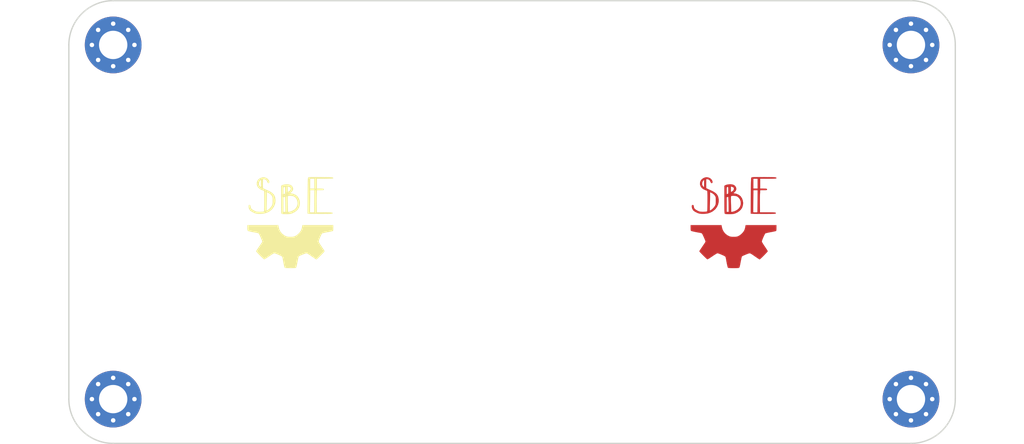
<source format=kicad_pcb>
(kicad_pcb (version 20171130) (host pcbnew "(5.0.0)")

  (general
    (thickness 1.6)
    (drawings 8)
    (tracks 0)
    (zones 0)
    (modules 6)
    (nets 1)
  )

  (page A4)
  (layers
    (0 F.Cu signal)
    (31 B.Cu signal)
    (32 B.Adhes user)
    (33 F.Adhes user)
    (34 B.Paste user)
    (35 F.Paste user)
    (36 B.SilkS user)
    (37 F.SilkS user)
    (38 B.Mask user)
    (39 F.Mask user)
    (40 Dwgs.User user)
    (41 Cmts.User user)
    (42 Eco1.User user)
    (43 Eco2.User user)
    (44 Edge.Cuts user)
    (45 Margin user)
    (46 B.CrtYd user)
    (47 F.CrtYd user)
    (48 B.Fab user)
    (49 F.Fab user)
  )

  (setup
    (last_trace_width 0.25)
    (trace_clearance 0.2)
    (zone_clearance 0.508)
    (zone_45_only no)
    (trace_min 0.2)
    (segment_width 0.2)
    (edge_width 0.15)
    (via_size 0.8)
    (via_drill 0.4)
    (via_min_size 0.4)
    (via_min_drill 0.3)
    (uvia_size 0.3)
    (uvia_drill 0.1)
    (uvias_allowed no)
    (uvia_min_size 0.2)
    (uvia_min_drill 0.1)
    (pcb_text_width 0.3)
    (pcb_text_size 1.5 1.5)
    (mod_edge_width 0.15)
    (mod_text_size 1 1)
    (mod_text_width 0.15)
    (pad_size 1.524 1.524)
    (pad_drill 0.762)
    (pad_to_mask_clearance 0.2)
    (aux_axis_origin 0 0)
    (visible_elements 7FFFFFFF)
    (pcbplotparams
      (layerselection 0x010fc_ffffffff)
      (usegerberextensions false)
      (usegerberattributes false)
      (usegerberadvancedattributes false)
      (creategerberjobfile false)
      (excludeedgelayer true)
      (linewidth 0.100000)
      (plotframeref false)
      (viasonmask false)
      (mode 1)
      (useauxorigin false)
      (hpglpennumber 1)
      (hpglpenspeed 20)
      (hpglpendiameter 15.000000)
      (psnegative false)
      (psa4output false)
      (plotreference true)
      (plotvalue true)
      (plotinvisibletext false)
      (padsonsilk false)
      (subtractmaskfromsilk false)
      (outputformat 1)
      (mirror false)
      (drillshape 1)
      (scaleselection 1)
      (outputdirectory ""))
  )

  (net 0 "")

  (net_class Default "This is the default net class."
    (clearance 0.2)
    (trace_width 0.25)
    (via_dia 0.8)
    (via_drill 0.4)
    (uvia_dia 0.3)
    (uvia_drill 0.1)
  )

  (module Mounting_Holes:MountingHole_3.2mm_M3_Pad_Via (layer F.Cu) (tedit 5C72EFD9) (tstamp 5C72F0B9)
    (at 195 105)
    (descr "Mounting Hole 3.2mm, M3")
    (tags "mounting hole 3.2mm m3")
    (attr virtual)
    (fp_text reference REF** (at 0 -5) (layer F.SilkS) hide
      (effects (font (size 1 1) (thickness 0.15)))
    )
    (fp_text value MountingHole_3.2mm_M3_Pad_Via (at 0 4.2) (layer F.Fab)
      (effects (font (size 1 1) (thickness 0.15)))
    )
    (fp_circle (center 0 0) (end 3.45 0) (layer F.CrtYd) (width 0.05))
    (fp_circle (center 0 0) (end 3.2 0) (layer Cmts.User) (width 0.15))
    (fp_text user %R (at 0.3 0) (layer F.Fab)
      (effects (font (size 1 1) (thickness 0.15)))
    )
    (pad 1 thru_hole circle (at 1.697056 -1.697056) (size 0.8 0.8) (drill 0.5) (layers *.Cu *.Mask))
    (pad 1 thru_hole circle (at 0 -2.4) (size 0.8 0.8) (drill 0.5) (layers *.Cu *.Mask))
    (pad 1 thru_hole circle (at -1.697056 -1.697056) (size 0.8 0.8) (drill 0.5) (layers *.Cu *.Mask))
    (pad 1 thru_hole circle (at -2.4 0) (size 0.8 0.8) (drill 0.5) (layers *.Cu *.Mask))
    (pad 1 thru_hole circle (at -1.697056 1.697056) (size 0.8 0.8) (drill 0.5) (layers *.Cu *.Mask))
    (pad 1 thru_hole circle (at 0 2.4) (size 0.8 0.8) (drill 0.5) (layers *.Cu *.Mask))
    (pad 1 thru_hole circle (at 1.697056 1.697056) (size 0.8 0.8) (drill 0.5) (layers *.Cu *.Mask))
    (pad 1 thru_hole circle (at 2.4 0) (size 0.8 0.8) (drill 0.5) (layers *.Cu *.Mask))
    (pad 1 thru_hole circle (at 0 0) (size 6.4 6.4) (drill 3.2) (layers *.Cu *.Mask))
  )

  (module Mounting_Holes:MountingHole_3.2mm_M3_Pad_Via (layer F.Cu) (tedit 5C72EFD9) (tstamp 5C72F0B9)
    (at 195 145)
    (descr "Mounting Hole 3.2mm, M3")
    (tags "mounting hole 3.2mm m3")
    (attr virtual)
    (fp_text reference REF** (at 0 -5) (layer F.SilkS) hide
      (effects (font (size 1 1) (thickness 0.15)))
    )
    (fp_text value MountingHole_3.2mm_M3_Pad_Via (at 0 4.2) (layer F.Fab)
      (effects (font (size 1 1) (thickness 0.15)))
    )
    (fp_circle (center 0 0) (end 3.45 0) (layer F.CrtYd) (width 0.05))
    (fp_circle (center 0 0) (end 3.2 0) (layer Cmts.User) (width 0.15))
    (fp_text user %R (at 0.3 0) (layer F.Fab)
      (effects (font (size 1 1) (thickness 0.15)))
    )
    (pad 1 thru_hole circle (at 1.697056 -1.697056) (size 0.8 0.8) (drill 0.5) (layers *.Cu *.Mask))
    (pad 1 thru_hole circle (at 0 -2.4) (size 0.8 0.8) (drill 0.5) (layers *.Cu *.Mask))
    (pad 1 thru_hole circle (at -1.697056 -1.697056) (size 0.8 0.8) (drill 0.5) (layers *.Cu *.Mask))
    (pad 1 thru_hole circle (at -2.4 0) (size 0.8 0.8) (drill 0.5) (layers *.Cu *.Mask))
    (pad 1 thru_hole circle (at -1.697056 1.697056) (size 0.8 0.8) (drill 0.5) (layers *.Cu *.Mask))
    (pad 1 thru_hole circle (at 0 2.4) (size 0.8 0.8) (drill 0.5) (layers *.Cu *.Mask))
    (pad 1 thru_hole circle (at 1.697056 1.697056) (size 0.8 0.8) (drill 0.5) (layers *.Cu *.Mask))
    (pad 1 thru_hole circle (at 2.4 0) (size 0.8 0.8) (drill 0.5) (layers *.Cu *.Mask))
    (pad 1 thru_hole circle (at 0 0) (size 6.4 6.4) (drill 3.2) (layers *.Cu *.Mask))
  )

  (module Mounting_Holes:MountingHole_3.2mm_M3_Pad_Via (layer F.Cu) (tedit 5C72EFD9) (tstamp 5C72F0B9)
    (at 105 145)
    (descr "Mounting Hole 3.2mm, M3")
    (tags "mounting hole 3.2mm m3")
    (attr virtual)
    (fp_text reference REF** (at 0 -5) (layer F.SilkS) hide
      (effects (font (size 1 1) (thickness 0.15)))
    )
    (fp_text value MountingHole_3.2mm_M3_Pad_Via (at 0 4.2) (layer F.Fab)
      (effects (font (size 1 1) (thickness 0.15)))
    )
    (fp_circle (center 0 0) (end 3.45 0) (layer F.CrtYd) (width 0.05))
    (fp_circle (center 0 0) (end 3.2 0) (layer Cmts.User) (width 0.15))
    (fp_text user %R (at 0.3 0) (layer F.Fab)
      (effects (font (size 1 1) (thickness 0.15)))
    )
    (pad 1 thru_hole circle (at 1.697056 -1.697056) (size 0.8 0.8) (drill 0.5) (layers *.Cu *.Mask))
    (pad 1 thru_hole circle (at 0 -2.4) (size 0.8 0.8) (drill 0.5) (layers *.Cu *.Mask))
    (pad 1 thru_hole circle (at -1.697056 -1.697056) (size 0.8 0.8) (drill 0.5) (layers *.Cu *.Mask))
    (pad 1 thru_hole circle (at -2.4 0) (size 0.8 0.8) (drill 0.5) (layers *.Cu *.Mask))
    (pad 1 thru_hole circle (at -1.697056 1.697056) (size 0.8 0.8) (drill 0.5) (layers *.Cu *.Mask))
    (pad 1 thru_hole circle (at 0 2.4) (size 0.8 0.8) (drill 0.5) (layers *.Cu *.Mask))
    (pad 1 thru_hole circle (at 1.697056 1.697056) (size 0.8 0.8) (drill 0.5) (layers *.Cu *.Mask))
    (pad 1 thru_hole circle (at 2.4 0) (size 0.8 0.8) (drill 0.5) (layers *.Cu *.Mask))
    (pad 1 thru_hole circle (at 0 0) (size 6.4 6.4) (drill 3.2) (layers *.Cu *.Mask))
  )

  (module SBE-Logo-KiCAD:SBE-Logo_FSilk_10x10mm (layer F.Cu) (tedit 5C72E345) (tstamp 5C72EF16)
    (at 125 125)
    (fp_text reference G*** (at 0 7.62) (layer F.SilkS) hide
      (effects (font (size 1.524 1.524) (thickness 0.3)))
    )
    (fp_text value SBE_FSilk_10 (at 0 10.16) (layer F.SilkS) hide
      (effects (font (size 1.524 1.524) (thickness 0.3)))
    )
    (fp_poly (pts (xy -1.337104 0.561573) (xy -1.2542 0.848881) (xy -1.119329 1.103775) (xy -0.936449 1.321004)
      (xy -0.709515 1.495317) (xy -0.581503 1.564389) (xy -0.483315 1.609063) (xy -0.40211 1.638447)
      (xy -0.319808 1.655725) (xy -0.218329 1.664085) (xy -0.079595 1.666713) (xy 0 1.666875)
      (xy 0.162301 1.665694) (xy 0.278512 1.66021) (xy 0.366023 1.647506) (xy 0.44223 1.624668)
      (xy 0.524526 1.588781) (xy 0.555625 1.573753) (xy 0.728754 1.466744) (xy 0.901845 1.321115)
      (xy 1.055914 1.155327) (xy 1.171973 0.98784) (xy 1.18681 0.960027) (xy 1.236671 0.83897)
      (xy 1.281997 0.690685) (xy 1.308091 0.572793) (xy 1.346425 0.34925) (xy 4.826 0.34925)
      (xy 4.826 0.662862) (xy 4.822023 0.83658) (xy 4.809901 0.949813) (xy 4.789341 1.005087)
      (xy 4.786312 1.00793) (xy 4.743367 1.023638) (xy 4.648764 1.047763) (xy 4.513407 1.077861)
      (xy 4.348204 1.111491) (xy 4.191 1.141295) (xy 4.007082 1.176529) (xy 3.841959 1.210978)
      (xy 3.70704 1.242039) (xy 3.613734 1.267111) (xy 3.575912 1.281606) (xy 3.5404 1.325725)
      (xy 3.489013 1.416033) (xy 3.427652 1.539067) (xy 3.362214 1.681366) (xy 3.298601 1.829469)
      (xy 3.242712 1.969915) (xy 3.200447 2.089241) (xy 3.177707 2.173987) (xy 3.175397 2.195448)
      (xy 3.195206 2.259934) (xy 3.254482 2.372167) (xy 3.352431 2.530788) (xy 3.488256 2.734441)
      (xy 3.508375 2.763747) (xy 3.614275 2.920287) (xy 3.7063 3.061514) (xy 3.778709 3.17819)
      (xy 3.825763 3.261076) (xy 3.84175 3.300263) (xy 3.820128 3.336512) (xy 3.760893 3.407849)
      (xy 3.672487 3.505724) (xy 3.563353 3.621587) (xy 3.441934 3.746888) (xy 3.316673 3.873077)
      (xy 3.196012 3.991604) (xy 3.088394 4.093919) (xy 3.002263 4.171472) (xy 2.946061 4.215712)
      (xy 2.930824 4.22275) (xy 2.916682 4.220983) (xy 2.896027 4.212871) (xy 2.862376 4.194195)
      (xy 2.809244 4.160737) (xy 2.730147 4.108277) (xy 2.618602 4.032598) (xy 2.468125 3.929481)
      (xy 2.27223 3.794708) (xy 2.260527 3.78665) (xy 2.103991 3.68033) (xy 1.988855 3.606576)
      (xy 1.905357 3.560344) (xy 1.843732 3.53659) (xy 1.794217 3.530271) (xy 1.768402 3.532429)
      (xy 1.697106 3.550975) (xy 1.587314 3.588881) (xy 1.453476 3.640116) (xy 1.310044 3.698652)
      (xy 1.171469 3.758458) (xy 1.052202 3.813504) (xy 0.966695 3.857761) (xy 0.932401 3.88125)
      (xy 0.914811 3.923811) (xy 0.888853 4.018533) (xy 0.856953 4.155004) (xy 0.821537 4.322808)
      (xy 0.785032 4.511533) (xy 0.782943 4.522844) (xy 0.739722 4.749804) (xy 0.703715 4.920464)
      (xy 0.673212 5.041393) (xy 0.646506 5.119162) (xy 0.621887 5.160341) (xy 0.615732 5.165782)
      (xy 0.560924 5.182689) (xy 0.456676 5.195583) (xy 0.315585 5.204513) (xy 0.150247 5.209526)
      (xy -0.026741 5.210673) (xy -0.202783 5.208) (xy -0.365282 5.201558) (xy -0.501641 5.191395)
      (xy -0.599264 5.17756) (xy -0.644807 5.160908) (xy -0.666344 5.114289) (xy -0.695555 5.015149)
      (xy -0.730206 4.873688) (xy -0.768066 4.700107) (xy -0.806903 4.504607) (xy -0.844484 4.297389)
      (xy -0.876548 4.101825) (xy -0.901804 4.00038) (xy -0.938512 3.916916) (xy -0.949361 3.901242)
      (xy -0.998644 3.864801) (xy -1.093579 3.813185) (xy -1.219977 3.752457) (xy -1.363647 3.688681)
      (xy -1.510399 3.627921) (xy -1.646043 3.576242) (xy -1.756389 3.539708) (xy -1.827247 3.524382)
      (xy -1.83153 3.52425) (xy -1.880312 3.541923) (xy -1.971744 3.591365) (xy -2.096964 3.667212)
      (xy -2.247112 3.764097) (xy -2.412092 3.875801) (xy -2.621613 4.01793) (xy -2.782633 4.120633)
      (xy -2.89602 4.184422) (xy -2.962642 4.20981) (xy -2.976051 4.209441) (xy -3.015639 4.181949)
      (xy -3.088955 4.117882) (xy -3.187502 4.025791) (xy -3.302783 3.914227) (xy -3.426302 3.791742)
      (xy -3.549562 3.666886) (xy -3.664068 3.548212) (xy -3.761321 3.44427) (xy -3.832826 3.363611)
      (xy -3.870086 3.314786) (xy -3.873501 3.306223) (xy -3.865973 3.284419) (xy -3.841397 3.23981)
      (xy -3.796788 3.167839) (xy -3.729157 3.063947) (xy -3.635518 2.923578) (xy -3.512884 2.742172)
      (xy -3.358267 2.515173) (xy -3.280582 2.401499) (xy -3.22336 2.310746) (xy -3.185018 2.236365)
      (xy -3.175001 2.203023) (xy -3.187819 2.152408) (xy -3.222346 2.058033) (xy -3.272685 1.933325)
      (xy -3.33294 1.791711) (xy -3.397217 1.646618) (xy -3.45962 1.511472) (xy -3.514253 1.399702)
      (xy -3.555222 1.324732) (xy -3.569641 1.304218) (xy -3.63404 1.262237) (xy -3.728701 1.230183)
      (xy -3.755898 1.224941) (xy -3.956786 1.191389) (xy -4.15852 1.154124) (xy -4.350609 1.115456)
      (xy -4.522561 1.077696) (xy -4.663886 1.043152) (xy -4.764091 1.014134) (xy -4.812687 0.992952)
      (xy -4.813633 0.992082) (xy -4.837225 0.943562) (xy -4.85149 0.849955) (xy -4.857438 0.703411)
      (xy -4.857751 0.648607) (xy -4.85775 0.34925) (xy -1.376227 0.34925) (xy -1.337104 0.561573)) (layer F.SilkS) (width 0.01))
    (fp_poly (pts (xy -0.28065 -4.259178) (xy -0.114089 -4.23232) (xy -0.048787 -4.210244) (xy 0.086878 -4.139455)
      (xy 0.180326 -4.05262) (xy 0.252698 -3.929423) (xy 0.259932 -3.913556) (xy 0.299331 -3.766974)
      (xy 0.280628 -3.626687) (xy 0.202121 -3.486765) (xy 0.107634 -3.382939) (xy -0.035045 -3.246229)
      (xy 0.140562 -3.224288) (xy 0.315116 -3.183728) (xy 0.494519 -3.110552) (xy 0.657029 -3.015718)
      (xy 0.7809 -2.910184) (xy 0.79412 -2.894938) (xy 0.939008 -2.671637) (xy 1.029667 -2.424272)
      (xy 1.064911 -2.163689) (xy 1.043556 -1.900731) (xy 0.964415 -1.646245) (xy 0.936939 -1.588122)
      (xy 0.814394 -1.407478) (xy 0.64192 -1.239575) (xy 0.433032 -1.094422) (xy 0.201243 -0.982024)
      (xy 0.052819 -0.933405) (xy -0.059024 -0.912428) (xy -0.20389 -0.897775) (xy -0.368049 -0.889375)
      (xy -0.537768 -0.887155) (xy -0.699316 -0.891045) (xy -0.838961 -0.900973) (xy -0.942971 -0.916865)
      (xy -0.997613 -0.938652) (xy -0.997858 -0.938893) (xy -1.00936 -0.956185) (xy -1.018977 -0.986575)
      (xy -1.026871 -1.035335) (xy -1.033207 -1.107739) (xy -1.038149 -1.209058) (xy -1.041862 -1.344567)
      (xy -1.044508 -1.519538) (xy -1.046254 -1.739244) (xy -1.047261 -2.008958) (xy -1.047696 -2.333952)
      (xy -1.04775 -2.541536) (xy -1.04775 -2.795572) (xy -0.79375 -2.795572) (xy -0.79375 -1.143)
      (xy -0.564665 -1.143) (xy -0.57602 -1.981732) (xy -0.579757 -2.206291) (xy -0.584474 -2.409617)
      (xy -0.589863 -2.583182) (xy -0.594302 -2.687488) (xy -0.31078 -2.687488) (xy -0.310595 -2.505881)
      (xy -0.306819 -2.267732) (xy -0.300812 -2.017783) (xy -0.277372 -1.140366) (xy -0.130749 -1.160495)
      (xy -0.021456 -1.185292) (xy 0.111202 -1.228872) (xy 0.211177 -1.269802) (xy 0.433069 -1.400872)
      (xy 0.606427 -1.56695) (xy 0.72771 -1.762917) (xy 0.793376 -1.983658) (xy 0.804608 -2.12725)
      (xy 0.778493 -2.351061) (xy 0.704028 -2.554003) (xy 0.587582 -2.726059) (xy 0.435529 -2.857209)
      (xy 0.297837 -2.924137) (xy 0.201034 -2.946591) (xy 0.07844 -2.960198) (xy -0.051156 -2.964764)
      (xy -0.168965 -2.960099) (xy -0.256197 -2.946012) (xy -0.289323 -2.930128) (xy -0.300191 -2.895904)
      (xy -0.307328 -2.81626) (xy -0.31078 -2.687488) (xy -0.594302 -2.687488) (xy -0.595621 -2.718459)
      (xy -0.601441 -2.806922) (xy -0.606785 -2.83987) (xy -0.647255 -2.843947) (xy -0.709972 -2.827425)
      (xy -0.79375 -2.795572) (xy -1.04775 -2.795572) (xy -1.04775 -3.536729) (xy -0.79375 -3.536729)
      (xy -0.792707 -3.387072) (xy -0.789859 -3.263601) (xy -0.78563 -3.178388) (xy -0.780444 -3.143508)
      (xy -0.779942 -3.14325) (xy -0.743293 -3.153319) (xy -0.684692 -3.174215) (xy -0.650407 -3.189111)
      (xy -0.627414 -3.210488) (xy -0.613458 -3.249779) (xy -0.606283 -3.318417) (xy -0.603632 -3.427838)
      (xy -0.60325 -3.586965) (xy -0.603971 -3.701398) (xy -0.3175 -3.701398) (xy -0.31581 -3.571197)
      (xy -0.311265 -3.468838) (xy -0.304651 -3.408053) (xy -0.300049 -3.39725) (xy -0.262468 -3.410432)
      (xy -0.195408 -3.442345) (xy -0.191727 -3.444241) (xy -0.073059 -3.532931) (xy 0.005327 -3.64819)
      (xy 0.03175 -3.765925) (xy 0.009534 -3.862259) (xy -0.061108 -3.931084) (xy -0.186165 -3.977712)
      (xy -0.214313 -3.984032) (xy -0.3175 -4.005546) (xy -0.3175 -3.701398) (xy -0.603971 -3.701398)
      (xy -0.604312 -3.755395) (xy -0.60974 -3.86904) (xy -0.622906 -3.936603) (xy -0.647177 -3.966792)
      (xy -0.685923 -3.968312) (xy -0.742511 -3.949869) (xy -0.743529 -3.949479) (xy -0.764971 -3.931883)
      (xy -0.779464 -3.891694) (xy -0.788259 -3.818642) (xy -0.792605 -3.702458) (xy -0.79375 -3.536729)
      (xy -1.04775 -3.536729) (xy -1.04775 -4.094287) (xy -0.976313 -4.140059) (xy -0.840578 -4.200599)
      (xy -0.665191 -4.241706) (xy -0.47145 -4.26177) (xy -0.28065 -4.259178)) (layer F.SilkS) (width 0.01))
    (fp_poly (pts (xy -2.815877 -5.021048) (xy -2.638108 -4.928199) (xy -2.534083 -4.836846) (xy -2.452295 -4.729026)
      (xy -2.400654 -4.617554) (xy -2.381775 -4.515804) (xy -2.398275 -4.43715) (xy -2.447947 -4.396361)
      (xy -2.510334 -4.391416) (xy -2.560963 -4.427554) (xy -2.608725 -4.513411) (xy -2.634093 -4.577096)
      (xy -2.712273 -4.715309) (xy -2.825232 -4.800632) (xy -2.968625 -4.834064) (xy -3.095625 -4.841875)
      (xy -3.103521 -4.34975) (xy -3.104778 -4.177951) (xy -3.10305 -4.027981) (xy -3.098692 -3.911598)
      (xy -3.092061 -3.840563) (xy -3.087646 -3.825181) (xy -3.051432 -3.801419) (xy -2.967859 -3.757951)
      (xy -2.847901 -3.700156) (xy -2.702532 -3.633416) (xy -2.636711 -3.604088) (xy -2.374758 -3.479975)
      (xy -2.167584 -3.360888) (xy -2.007584 -3.239996) (xy -1.887153 -3.110473) (xy -1.798687 -2.965488)
      (xy -1.734581 -2.798214) (xy -1.732866 -2.792482) (xy -1.685213 -2.523985) (xy -1.695335 -2.247956)
      (xy -1.760249 -1.975319) (xy -1.876972 -1.717) (xy -2.042521 -1.483925) (xy -2.10982 -1.411952)
      (xy -2.35402 -1.21293) (xy -2.636962 -1.062235) (xy -2.92268 -0.969936) (xy -3.066388 -0.945871)
      (xy -3.24326 -0.930732) (xy -3.434609 -0.92461) (xy -3.621752 -0.927601) (xy -3.786005 -0.939798)
      (xy -3.908683 -0.961293) (xy -3.921125 -0.964939) (xy -4.103553 -1.032818) (xy -4.279121 -1.116911)
      (xy -4.431422 -1.208093) (xy -4.544048 -1.297241) (xy -4.571177 -1.326418) (xy -4.67547 -1.499282)
      (xy -4.723846 -1.691617) (xy -4.724604 -1.80392) (xy -4.712822 -1.881358) (xy -4.683922 -1.914082)
      (xy -4.621105 -1.920875) (xy -4.620018 -1.920875) (xy -4.561483 -1.915683) (xy -4.529832 -1.888914)
      (xy -4.511827 -1.823777) (xy -4.50414 -1.773926) (xy -4.483689 -1.669502) (xy -4.457388 -1.582408)
      (xy -4.447759 -1.560904) (xy -4.372948 -1.470687) (xy -4.244817 -1.373319) (xy -4.072103 -1.275126)
      (xy -4.015036 -1.247452) (xy -3.928771 -1.209378) (xy -3.85242 -1.184074) (xy -3.769314 -1.168963)
      (xy -3.662789 -1.16147) (xy -3.516178 -1.15902) (xy -3.441809 -1.158875) (xy -3.249238 -1.161848)
      (xy -3.114829 -1.171085) (xy -3.033507 -1.187068) (xy -3.008223 -1.19998) (xy -2.994911 -1.217723)
      (xy -2.984093 -1.250746) (xy -2.975482 -1.305229) (xy -2.968792 -1.387353) (xy -2.963736 -1.5033)
      (xy -2.963501 -1.513212) (xy -2.695281 -1.513212) (xy -2.692998 -1.390771) (xy -2.686867 -1.318536)
      (xy -2.679948 -1.301869) (xy -2.636233 -1.317233) (xy -2.564411 -1.355111) (xy -2.546151 -1.365989)
      (xy -2.409424 -1.470068) (xy -2.27087 -1.609757) (xy -2.151919 -1.761576) (xy -2.090396 -1.865312)
      (xy -2.0586 -1.936627) (xy -2.037331 -2.00737) (xy -2.024539 -2.092667) (xy -2.018173 -2.207641)
      (xy -2.016181 -2.367417) (xy -2.016125 -2.413) (xy -2.016975 -2.580906) (xy -2.021055 -2.699916)
      (xy -2.030664 -2.784631) (xy -2.048099 -2.849648) (xy -2.075658 -2.909567) (xy -2.101431 -2.954979)
      (xy -2.23294 -3.117989) (xy -2.416521 -3.252524) (xy -2.547938 -3.316832) (xy -2.667 -3.366353)
      (xy -2.667 -2.910641) (xy -2.668314 -2.715716) (xy -2.671933 -2.481177) (xy -2.677375 -2.230849)
      (xy -2.684159 -1.988557) (xy -2.687886 -1.87834) (xy -2.693612 -1.678267) (xy -2.695281 -1.513212)
      (xy -2.963501 -1.513212) (xy -2.960027 -1.65925) (xy -2.957379 -1.861385) (xy -2.955506 -2.115885)
      (xy -2.954371 -2.361779) (xy -2.953639 -2.672021) (xy -2.954194 -2.924135) (xy -2.956207 -3.123485)
      (xy -2.959848 -3.275433) (xy -2.965289 -3.385342) (xy -2.972701 -3.458575) (xy -2.982253 -3.500495)
      (xy -2.991082 -3.514738) (xy -3.044288 -3.543417) (xy -3.132595 -3.579487) (xy -3.181781 -3.596804)
      (xy -3.404939 -3.697049) (xy -3.583424 -3.831951) (xy -3.712363 -3.996236) (xy -3.786883 -4.184627)
      (xy -3.794699 -4.231793) (xy -3.560788 -4.231793) (xy -3.54105 -4.179063) (xy -3.49592 -4.104064)
      (xy -3.439338 -4.025958) (xy -3.385244 -3.963908) (xy -3.347578 -3.937074) (xy -3.346336 -3.937)
      (xy -3.34168 -3.966797) (xy -3.337802 -4.048372) (xy -3.335056 -4.170007) (xy -3.333794 -4.319983)
      (xy -3.33375 -4.354671) (xy -3.33375 -4.772342) (xy -3.400501 -4.711934) (xy -3.502912 -4.579688)
      (xy -3.55528 -4.412058) (xy -3.560788 -4.231793) (xy -3.794699 -4.231793) (xy -3.800478 -4.266664)
      (xy -3.794029 -4.476207) (xy -3.729069 -4.661232) (xy -3.605798 -4.821202) (xy -3.586603 -4.839135)
      (xy -3.403998 -4.967651) (xy -3.208335 -5.040794) (xy -3.009123 -5.058586) (xy -2.815877 -5.021048)) (layer F.SilkS) (width 0.01))
    (fp_poly (pts (xy 3.025253 -5.07441) (xy 3.349237 -5.072847) (xy 3.424137 -5.072399) (xy 3.753014 -5.070231)
      (xy 4.024129 -5.067965) (xy 4.243219 -5.065332) (xy 4.416022 -5.062063) (xy 4.548274 -5.05789)
      (xy 4.645713 -5.052545) (xy 4.714077 -5.045758) (xy 4.759103 -5.037261) (xy 4.786528 -5.026785)
      (xy 4.80209 -5.014062) (xy 4.806672 -5.007659) (xy 4.824182 -4.954768) (xy 4.79425 -4.920833)
      (xy 4.749888 -4.912395) (xy 4.649608 -4.90494) (xy 4.500985 -4.89872) (xy 4.311596 -4.893986)
      (xy 4.089018 -4.89099) (xy 3.865562 -4.889987) (xy 2.9845 -4.8895) (xy 2.9845 -3.77825)
      (xy 3.345737 -3.77825) (xy 3.513052 -3.776351) (xy 3.627435 -3.769823) (xy 3.699362 -3.757421)
      (xy 3.739312 -3.737901) (xy 3.7465 -3.730625) (xy 3.770019 -3.679808) (xy 3.7465 -3.635376)
      (xy 3.713765 -3.613427) (xy 3.651952 -3.599034) (xy 3.550551 -3.590937) (xy 3.399051 -3.587876)
      (xy 3.348934 -3.58775) (xy 2.990894 -3.58775) (xy 2.969877 -3.198813) (xy 2.964438 -3.057256)
      (xy 2.960323 -2.866164) (xy 2.957658 -2.639495) (xy 2.956567 -2.391201) (xy 2.957175 -2.135239)
      (xy 2.958742 -1.953345) (xy 2.968625 -1.096815) (xy 3.833469 -1.094851) (xy 4.106499 -1.093689)
      (xy 4.322222 -1.091025) (xy 4.486827 -1.086021) (xy 4.606502 -1.077838) (xy 4.687438 -1.065639)
      (xy 4.735823 -1.048585) (xy 4.757846 -1.02584) (xy 4.759697 -0.996564) (xy 4.751837 -0.97051)
      (xy 4.741683 -0.958495) (xy 4.717651 -0.948556) (xy 4.674285 -0.9405) (xy 4.606128 -0.934137)
      (xy 4.507724 -0.929275) (xy 4.373616 -0.925721) (xy 4.198349 -0.923283) (xy 3.976466 -0.92177)
      (xy 3.70251 -0.920991) (xy 3.371026 -0.920752) (xy 3.33662 -0.92075) (xy 3.045194 -0.921275)
      (xy 2.773818 -0.922775) (xy 2.528978 -0.925141) (xy 2.317164 -0.928263) (xy 2.144863 -0.932031)
      (xy 2.018564 -0.936337) (xy 1.944754 -0.94107) (xy 1.927801 -0.944563) (xy 1.925871 -0.979662)
      (xy 1.924609 -1.072831) (xy 1.923997 -1.218646) (xy 1.924021 -1.41168) (xy 1.924029 -1.414761)
      (xy 2.202761 -1.414761) (xy 2.203512 -1.262551) (xy 2.205524 -1.158288) (xy 2.20881 -1.109031)
      (xy 2.209626 -1.106394) (xy 2.24814 -1.093074) (xy 2.332435 -1.085695) (xy 2.444953 -1.085708)
      (xy 2.455387 -1.086102) (xy 2.682875 -1.095375) (xy 2.699487 -3.587751) (xy 2.466149 -3.587751)
      (xy 2.232812 -3.58775) (xy 2.212082 -2.361856) (xy 2.20793 -2.088464) (xy 2.204984 -1.834777)
      (xy 2.203256 -1.607856) (xy 2.202761 -1.414761) (xy 1.924029 -1.414761) (xy 1.924662 -1.646508)
      (xy 1.925907 -1.917705) (xy 1.927738 -2.219845) (xy 1.930138 -2.547502) (xy 1.933093 -2.895251)
      (xy 1.933864 -2.979147) (xy 1.937719 -3.386209) (xy 1.941231 -3.734481) (xy 1.944586 -4.028672)
      (xy 1.94797 -4.273489) (xy 1.951567 -4.473641) (xy 1.955563 -4.633836) (xy 1.960143 -4.758781)
      (xy 1.965492 -4.853186) (xy 1.968829 -4.8895) (xy 2.2225 -4.8895) (xy 2.2225 -3.77825)
      (xy 2.69875 -3.77825) (xy 2.69875 -4.8895) (xy 2.2225 -4.8895) (xy 1.968829 -4.8895)
      (xy 1.971794 -4.921758) (xy 1.979236 -4.969205) (xy 1.988002 -5.000236) (xy 1.998278 -5.019558)
      (xy 2.010248 -5.03188) (xy 2.014715 -5.035295) (xy 2.038868 -5.046561) (xy 2.081159 -5.055713)
      (xy 2.147114 -5.062899) (xy 2.242258 -5.068263) (xy 2.372118 -5.07195) (xy 2.54222 -5.074107)
      (xy 2.75809 -5.074878) (xy 3.025253 -5.07441)) (layer F.SilkS) (width 0.01))
  )

  (module SBE-Logo-KiCAD:SBE-Logo_FCuFMask_10x10mm (layer F.Cu) (tedit 5C72EE99) (tstamp 5C72EF72)
    (at 175 125)
    (attr smd)
    (fp_text reference G*** (at 0 7.62) (layer F.SilkS) hide
      (effects (font (size 1.524 1.524) (thickness 0.3)))
    )
    (fp_text value SBE-Logo_FCuFMask_10x10mm (at 0 10.16) (layer F.SilkS) hide
      (effects (font (size 1.524 1.524) (thickness 0.3)))
    )
    (fp_poly (pts (xy -1.337104 0.561573) (xy -1.2542 0.848881) (xy -1.119329 1.103775) (xy -0.936449 1.321004)
      (xy -0.709515 1.495317) (xy -0.581503 1.564389) (xy -0.483315 1.609063) (xy -0.40211 1.638447)
      (xy -0.319808 1.655725) (xy -0.218329 1.664085) (xy -0.079595 1.666713) (xy 0 1.666875)
      (xy 0.162301 1.665694) (xy 0.278512 1.66021) (xy 0.366023 1.647506) (xy 0.44223 1.624668)
      (xy 0.524526 1.588781) (xy 0.555625 1.573753) (xy 0.728754 1.466744) (xy 0.901845 1.321115)
      (xy 1.055914 1.155327) (xy 1.171973 0.98784) (xy 1.18681 0.960027) (xy 1.236671 0.83897)
      (xy 1.281997 0.690685) (xy 1.308091 0.572793) (xy 1.346425 0.34925) (xy 4.826 0.34925)
      (xy 4.826 0.662862) (xy 4.822023 0.83658) (xy 4.809901 0.949813) (xy 4.789341 1.005087)
      (xy 4.786312 1.00793) (xy 4.743367 1.023638) (xy 4.648764 1.047763) (xy 4.513407 1.077861)
      (xy 4.348204 1.111491) (xy 4.191 1.141295) (xy 4.007082 1.176529) (xy 3.841959 1.210978)
      (xy 3.70704 1.242039) (xy 3.613734 1.267111) (xy 3.575912 1.281606) (xy 3.5404 1.325725)
      (xy 3.489013 1.416033) (xy 3.427652 1.539067) (xy 3.362214 1.681366) (xy 3.298601 1.829469)
      (xy 3.242712 1.969915) (xy 3.200447 2.089241) (xy 3.177707 2.173987) (xy 3.175397 2.195448)
      (xy 3.195206 2.259934) (xy 3.254482 2.372167) (xy 3.352431 2.530788) (xy 3.488256 2.734441)
      (xy 3.508375 2.763747) (xy 3.614275 2.920287) (xy 3.7063 3.061514) (xy 3.778709 3.17819)
      (xy 3.825763 3.261076) (xy 3.84175 3.300263) (xy 3.820128 3.336512) (xy 3.760893 3.407849)
      (xy 3.672487 3.505724) (xy 3.563353 3.621587) (xy 3.441934 3.746888) (xy 3.316673 3.873077)
      (xy 3.196012 3.991604) (xy 3.088394 4.093919) (xy 3.002263 4.171472) (xy 2.946061 4.215712)
      (xy 2.930824 4.22275) (xy 2.916682 4.220983) (xy 2.896027 4.212871) (xy 2.862376 4.194195)
      (xy 2.809244 4.160737) (xy 2.730147 4.108277) (xy 2.618602 4.032598) (xy 2.468125 3.929481)
      (xy 2.27223 3.794708) (xy 2.260527 3.78665) (xy 2.103991 3.68033) (xy 1.988855 3.606576)
      (xy 1.905357 3.560344) (xy 1.843732 3.53659) (xy 1.794217 3.530271) (xy 1.768402 3.532429)
      (xy 1.697106 3.550975) (xy 1.587314 3.588881) (xy 1.453476 3.640116) (xy 1.310044 3.698652)
      (xy 1.171469 3.758458) (xy 1.052202 3.813504) (xy 0.966695 3.857761) (xy 0.932401 3.88125)
      (xy 0.914811 3.923811) (xy 0.888853 4.018533) (xy 0.856953 4.155004) (xy 0.821537 4.322808)
      (xy 0.785032 4.511533) (xy 0.782943 4.522844) (xy 0.739722 4.749804) (xy 0.703715 4.920464)
      (xy 0.673212 5.041393) (xy 0.646506 5.119162) (xy 0.621887 5.160341) (xy 0.615732 5.165782)
      (xy 0.560924 5.182689) (xy 0.456676 5.195583) (xy 0.315585 5.204513) (xy 0.150247 5.209526)
      (xy -0.026741 5.210673) (xy -0.202783 5.208) (xy -0.365282 5.201558) (xy -0.501641 5.191395)
      (xy -0.599264 5.17756) (xy -0.644807 5.160908) (xy -0.666344 5.114289) (xy -0.695555 5.015149)
      (xy -0.730206 4.873688) (xy -0.768066 4.700107) (xy -0.806903 4.504607) (xy -0.844484 4.297389)
      (xy -0.876548 4.101825) (xy -0.901804 4.00038) (xy -0.938512 3.916916) (xy -0.949361 3.901242)
      (xy -0.998644 3.864801) (xy -1.093579 3.813185) (xy -1.219977 3.752457) (xy -1.363647 3.688681)
      (xy -1.510399 3.627921) (xy -1.646043 3.576242) (xy -1.756389 3.539708) (xy -1.827247 3.524382)
      (xy -1.83153 3.52425) (xy -1.880312 3.541923) (xy -1.971744 3.591365) (xy -2.096964 3.667212)
      (xy -2.247112 3.764097) (xy -2.412092 3.875801) (xy -2.621613 4.01793) (xy -2.782633 4.120633)
      (xy -2.89602 4.184422) (xy -2.962642 4.20981) (xy -2.976051 4.209441) (xy -3.015639 4.181949)
      (xy -3.088955 4.117882) (xy -3.187502 4.025791) (xy -3.302783 3.914227) (xy -3.426302 3.791742)
      (xy -3.549562 3.666886) (xy -3.664068 3.548212) (xy -3.761321 3.44427) (xy -3.832826 3.363611)
      (xy -3.870086 3.314786) (xy -3.873501 3.306223) (xy -3.865973 3.284419) (xy -3.841397 3.23981)
      (xy -3.796788 3.167839) (xy -3.729157 3.063947) (xy -3.635518 2.923578) (xy -3.512884 2.742172)
      (xy -3.358267 2.515173) (xy -3.280582 2.401499) (xy -3.22336 2.310746) (xy -3.185018 2.236365)
      (xy -3.175001 2.203023) (xy -3.187819 2.152408) (xy -3.222346 2.058033) (xy -3.272685 1.933325)
      (xy -3.33294 1.791711) (xy -3.397217 1.646618) (xy -3.45962 1.511472) (xy -3.514253 1.399702)
      (xy -3.555222 1.324732) (xy -3.569641 1.304218) (xy -3.63404 1.262237) (xy -3.728701 1.230183)
      (xy -3.755898 1.224941) (xy -3.956786 1.191389) (xy -4.15852 1.154124) (xy -4.350609 1.115456)
      (xy -4.522561 1.077696) (xy -4.663886 1.043152) (xy -4.764091 1.014134) (xy -4.812687 0.992952)
      (xy -4.813633 0.992082) (xy -4.837225 0.943562) (xy -4.85149 0.849955) (xy -4.857438 0.703411)
      (xy -4.857751 0.648607) (xy -4.85775 0.34925) (xy -1.376227 0.34925) (xy -1.337104 0.561573)) (layer F.Cu) (width 0.01))
    (fp_poly (pts (xy -0.28065 -4.259178) (xy -0.114089 -4.23232) (xy -0.048787 -4.210244) (xy 0.086878 -4.139455)
      (xy 0.180326 -4.05262) (xy 0.252698 -3.929423) (xy 0.259932 -3.913556) (xy 0.299331 -3.766974)
      (xy 0.280628 -3.626687) (xy 0.202121 -3.486765) (xy 0.107634 -3.382939) (xy -0.035045 -3.246229)
      (xy 0.140562 -3.224288) (xy 0.315116 -3.183728) (xy 0.494519 -3.110552) (xy 0.657029 -3.015718)
      (xy 0.7809 -2.910184) (xy 0.79412 -2.894938) (xy 0.939008 -2.671637) (xy 1.029667 -2.424272)
      (xy 1.064911 -2.163689) (xy 1.043556 -1.900731) (xy 0.964415 -1.646245) (xy 0.936939 -1.588122)
      (xy 0.814394 -1.407478) (xy 0.64192 -1.239575) (xy 0.433032 -1.094422) (xy 0.201243 -0.982024)
      (xy 0.052819 -0.933405) (xy -0.059024 -0.912428) (xy -0.20389 -0.897775) (xy -0.368049 -0.889375)
      (xy -0.537768 -0.887155) (xy -0.699316 -0.891045) (xy -0.838961 -0.900973) (xy -0.942971 -0.916865)
      (xy -0.997613 -0.938652) (xy -0.997858 -0.938893) (xy -1.00936 -0.956185) (xy -1.018977 -0.986575)
      (xy -1.026871 -1.035335) (xy -1.033207 -1.107739) (xy -1.038149 -1.209058) (xy -1.041862 -1.344567)
      (xy -1.044508 -1.519538) (xy -1.046254 -1.739244) (xy -1.047261 -2.008958) (xy -1.047696 -2.333952)
      (xy -1.04775 -2.541536) (xy -1.04775 -2.795572) (xy -0.79375 -2.795572) (xy -0.79375 -1.143)
      (xy -0.564665 -1.143) (xy -0.57602 -1.981732) (xy -0.579757 -2.206291) (xy -0.584474 -2.409617)
      (xy -0.589863 -2.583182) (xy -0.594302 -2.687488) (xy -0.31078 -2.687488) (xy -0.310595 -2.505881)
      (xy -0.306819 -2.267732) (xy -0.300812 -2.017783) (xy -0.277372 -1.140366) (xy -0.130749 -1.160495)
      (xy -0.021456 -1.185292) (xy 0.111202 -1.228872) (xy 0.211177 -1.269802) (xy 0.433069 -1.400872)
      (xy 0.606427 -1.56695) (xy 0.72771 -1.762917) (xy 0.793376 -1.983658) (xy 0.804608 -2.12725)
      (xy 0.778493 -2.351061) (xy 0.704028 -2.554003) (xy 0.587582 -2.726059) (xy 0.435529 -2.857209)
      (xy 0.297837 -2.924137) (xy 0.201034 -2.946591) (xy 0.07844 -2.960198) (xy -0.051156 -2.964764)
      (xy -0.168965 -2.960099) (xy -0.256197 -2.946012) (xy -0.289323 -2.930128) (xy -0.300191 -2.895904)
      (xy -0.307328 -2.81626) (xy -0.31078 -2.687488) (xy -0.594302 -2.687488) (xy -0.595621 -2.718459)
      (xy -0.601441 -2.806922) (xy -0.606785 -2.83987) (xy -0.647255 -2.843947) (xy -0.709972 -2.827425)
      (xy -0.79375 -2.795572) (xy -1.04775 -2.795572) (xy -1.04775 -3.536729) (xy -0.79375 -3.536729)
      (xy -0.792707 -3.387072) (xy -0.789859 -3.263601) (xy -0.78563 -3.178388) (xy -0.780444 -3.143508)
      (xy -0.779942 -3.14325) (xy -0.743293 -3.153319) (xy -0.684692 -3.174215) (xy -0.650407 -3.189111)
      (xy -0.627414 -3.210488) (xy -0.613458 -3.249779) (xy -0.606283 -3.318417) (xy -0.603632 -3.427838)
      (xy -0.60325 -3.586965) (xy -0.603971 -3.701398) (xy -0.3175 -3.701398) (xy -0.31581 -3.571197)
      (xy -0.311265 -3.468838) (xy -0.304651 -3.408053) (xy -0.300049 -3.39725) (xy -0.262468 -3.410432)
      (xy -0.195408 -3.442345) (xy -0.191727 -3.444241) (xy -0.073059 -3.532931) (xy 0.005327 -3.64819)
      (xy 0.03175 -3.765925) (xy 0.009534 -3.862259) (xy -0.061108 -3.931084) (xy -0.186165 -3.977712)
      (xy -0.214313 -3.984032) (xy -0.3175 -4.005546) (xy -0.3175 -3.701398) (xy -0.603971 -3.701398)
      (xy -0.604312 -3.755395) (xy -0.60974 -3.86904) (xy -0.622906 -3.936603) (xy -0.647177 -3.966792)
      (xy -0.685923 -3.968312) (xy -0.742511 -3.949869) (xy -0.743529 -3.949479) (xy -0.764971 -3.931883)
      (xy -0.779464 -3.891694) (xy -0.788259 -3.818642) (xy -0.792605 -3.702458) (xy -0.79375 -3.536729)
      (xy -1.04775 -3.536729) (xy -1.04775 -4.094287) (xy -0.976313 -4.140059) (xy -0.840578 -4.200599)
      (xy -0.665191 -4.241706) (xy -0.47145 -4.26177) (xy -0.28065 -4.259178)) (layer F.Cu) (width 0.01))
    (fp_poly (pts (xy -2.815877 -5.021048) (xy -2.638108 -4.928199) (xy -2.534083 -4.836846) (xy -2.452295 -4.729026)
      (xy -2.400654 -4.617554) (xy -2.381775 -4.515804) (xy -2.398275 -4.43715) (xy -2.447947 -4.396361)
      (xy -2.510334 -4.391416) (xy -2.560963 -4.427554) (xy -2.608725 -4.513411) (xy -2.634093 -4.577096)
      (xy -2.712273 -4.715309) (xy -2.825232 -4.800632) (xy -2.968625 -4.834064) (xy -3.095625 -4.841875)
      (xy -3.103521 -4.34975) (xy -3.104778 -4.177951) (xy -3.10305 -4.027981) (xy -3.098692 -3.911598)
      (xy -3.092061 -3.840563) (xy -3.087646 -3.825181) (xy -3.051432 -3.801419) (xy -2.967859 -3.757951)
      (xy -2.847901 -3.700156) (xy -2.702532 -3.633416) (xy -2.636711 -3.604088) (xy -2.374758 -3.479975)
      (xy -2.167584 -3.360888) (xy -2.007584 -3.239996) (xy -1.887153 -3.110473) (xy -1.798687 -2.965488)
      (xy -1.734581 -2.798214) (xy -1.732866 -2.792482) (xy -1.685213 -2.523985) (xy -1.695335 -2.247956)
      (xy -1.760249 -1.975319) (xy -1.876972 -1.717) (xy -2.042521 -1.483925) (xy -2.10982 -1.411952)
      (xy -2.35402 -1.21293) (xy -2.636962 -1.062235) (xy -2.92268 -0.969936) (xy -3.066388 -0.945871)
      (xy -3.24326 -0.930732) (xy -3.434609 -0.92461) (xy -3.621752 -0.927601) (xy -3.786005 -0.939798)
      (xy -3.908683 -0.961293) (xy -3.921125 -0.964939) (xy -4.103553 -1.032818) (xy -4.279121 -1.116911)
      (xy -4.431422 -1.208093) (xy -4.544048 -1.297241) (xy -4.571177 -1.326418) (xy -4.67547 -1.499282)
      (xy -4.723846 -1.691617) (xy -4.724604 -1.80392) (xy -4.712822 -1.881358) (xy -4.683922 -1.914082)
      (xy -4.621105 -1.920875) (xy -4.620018 -1.920875) (xy -4.561483 -1.915683) (xy -4.529832 -1.888914)
      (xy -4.511827 -1.823777) (xy -4.50414 -1.773926) (xy -4.483689 -1.669502) (xy -4.457388 -1.582408)
      (xy -4.447759 -1.560904) (xy -4.372948 -1.470687) (xy -4.244817 -1.373319) (xy -4.072103 -1.275126)
      (xy -4.015036 -1.247452) (xy -3.928771 -1.209378) (xy -3.85242 -1.184074) (xy -3.769314 -1.168963)
      (xy -3.662789 -1.16147) (xy -3.516178 -1.15902) (xy -3.441809 -1.158875) (xy -3.249238 -1.161848)
      (xy -3.114829 -1.171085) (xy -3.033507 -1.187068) (xy -3.008223 -1.19998) (xy -2.994911 -1.217723)
      (xy -2.984093 -1.250746) (xy -2.975482 -1.305229) (xy -2.968792 -1.387353) (xy -2.963736 -1.5033)
      (xy -2.963501 -1.513212) (xy -2.695281 -1.513212) (xy -2.692998 -1.390771) (xy -2.686867 -1.318536)
      (xy -2.679948 -1.301869) (xy -2.636233 -1.317233) (xy -2.564411 -1.355111) (xy -2.546151 -1.365989)
      (xy -2.409424 -1.470068) (xy -2.27087 -1.609757) (xy -2.151919 -1.761576) (xy -2.090396 -1.865312)
      (xy -2.0586 -1.936627) (xy -2.037331 -2.00737) (xy -2.024539 -2.092667) (xy -2.018173 -2.207641)
      (xy -2.016181 -2.367417) (xy -2.016125 -2.413) (xy -2.016975 -2.580906) (xy -2.021055 -2.699916)
      (xy -2.030664 -2.784631) (xy -2.048099 -2.849648) (xy -2.075658 -2.909567) (xy -2.101431 -2.954979)
      (xy -2.23294 -3.117989) (xy -2.416521 -3.252524) (xy -2.547938 -3.316832) (xy -2.667 -3.366353)
      (xy -2.667 -2.910641) (xy -2.668314 -2.715716) (xy -2.671933 -2.481177) (xy -2.677375 -2.230849)
      (xy -2.684159 -1.988557) (xy -2.687886 -1.87834) (xy -2.693612 -1.678267) (xy -2.695281 -1.513212)
      (xy -2.963501 -1.513212) (xy -2.960027 -1.65925) (xy -2.957379 -1.861385) (xy -2.955506 -2.115885)
      (xy -2.954371 -2.361779) (xy -2.953639 -2.672021) (xy -2.954194 -2.924135) (xy -2.956207 -3.123485)
      (xy -2.959848 -3.275433) (xy -2.965289 -3.385342) (xy -2.972701 -3.458575) (xy -2.982253 -3.500495)
      (xy -2.991082 -3.514738) (xy -3.044288 -3.543417) (xy -3.132595 -3.579487) (xy -3.181781 -3.596804)
      (xy -3.404939 -3.697049) (xy -3.583424 -3.831951) (xy -3.712363 -3.996236) (xy -3.786883 -4.184627)
      (xy -3.794699 -4.231793) (xy -3.560788 -4.231793) (xy -3.54105 -4.179063) (xy -3.49592 -4.104064)
      (xy -3.439338 -4.025958) (xy -3.385244 -3.963908) (xy -3.347578 -3.937074) (xy -3.346336 -3.937)
      (xy -3.34168 -3.966797) (xy -3.337802 -4.048372) (xy -3.335056 -4.170007) (xy -3.333794 -4.319983)
      (xy -3.33375 -4.354671) (xy -3.33375 -4.772342) (xy -3.400501 -4.711934) (xy -3.502912 -4.579688)
      (xy -3.55528 -4.412058) (xy -3.560788 -4.231793) (xy -3.794699 -4.231793) (xy -3.800478 -4.266664)
      (xy -3.794029 -4.476207) (xy -3.729069 -4.661232) (xy -3.605798 -4.821202) (xy -3.586603 -4.839135)
      (xy -3.403998 -4.967651) (xy -3.208335 -5.040794) (xy -3.009123 -5.058586) (xy -2.815877 -5.021048)) (layer F.Cu) (width 0.01))
    (fp_poly (pts (xy 3.025253 -5.07441) (xy 3.349237 -5.072847) (xy 3.424137 -5.072399) (xy 3.753014 -5.070231)
      (xy 4.024129 -5.067965) (xy 4.243219 -5.065332) (xy 4.416022 -5.062063) (xy 4.548274 -5.05789)
      (xy 4.645713 -5.052545) (xy 4.714077 -5.045758) (xy 4.759103 -5.037261) (xy 4.786528 -5.026785)
      (xy 4.80209 -5.014062) (xy 4.806672 -5.007659) (xy 4.824182 -4.954768) (xy 4.79425 -4.920833)
      (xy 4.749888 -4.912395) (xy 4.649608 -4.90494) (xy 4.500985 -4.89872) (xy 4.311596 -4.893986)
      (xy 4.089018 -4.89099) (xy 3.865562 -4.889987) (xy 2.9845 -4.8895) (xy 2.9845 -3.77825)
      (xy 3.345737 -3.77825) (xy 3.513052 -3.776351) (xy 3.627435 -3.769823) (xy 3.699362 -3.757421)
      (xy 3.739312 -3.737901) (xy 3.7465 -3.730625) (xy 3.770019 -3.679808) (xy 3.7465 -3.635376)
      (xy 3.713765 -3.613427) (xy 3.651952 -3.599034) (xy 3.550551 -3.590937) (xy 3.399051 -3.587876)
      (xy 3.348934 -3.58775) (xy 2.990894 -3.58775) (xy 2.969877 -3.198813) (xy 2.964438 -3.057256)
      (xy 2.960323 -2.866164) (xy 2.957658 -2.639495) (xy 2.956567 -2.391201) (xy 2.957175 -2.135239)
      (xy 2.958742 -1.953345) (xy 2.968625 -1.096815) (xy 3.833469 -1.094851) (xy 4.106499 -1.093689)
      (xy 4.322222 -1.091025) (xy 4.486827 -1.086021) (xy 4.606502 -1.077838) (xy 4.687438 -1.065639)
      (xy 4.735823 -1.048585) (xy 4.757846 -1.02584) (xy 4.759697 -0.996564) (xy 4.751837 -0.97051)
      (xy 4.741683 -0.958495) (xy 4.717651 -0.948556) (xy 4.674285 -0.9405) (xy 4.606128 -0.934137)
      (xy 4.507724 -0.929275) (xy 4.373616 -0.925721) (xy 4.198349 -0.923283) (xy 3.976466 -0.92177)
      (xy 3.70251 -0.920991) (xy 3.371026 -0.920752) (xy 3.33662 -0.92075) (xy 3.045194 -0.921275)
      (xy 2.773818 -0.922775) (xy 2.528978 -0.925141) (xy 2.317164 -0.928263) (xy 2.144863 -0.932031)
      (xy 2.018564 -0.936337) (xy 1.944754 -0.94107) (xy 1.927801 -0.944563) (xy 1.925871 -0.979662)
      (xy 1.924609 -1.072831) (xy 1.923997 -1.218646) (xy 1.924021 -1.41168) (xy 1.924029 -1.414761)
      (xy 2.202761 -1.414761) (xy 2.203512 -1.262551) (xy 2.205524 -1.158288) (xy 2.20881 -1.109031)
      (xy 2.209626 -1.106394) (xy 2.24814 -1.093074) (xy 2.332435 -1.085695) (xy 2.444953 -1.085708)
      (xy 2.455387 -1.086102) (xy 2.682875 -1.095375) (xy 2.699487 -3.587751) (xy 2.466149 -3.587751)
      (xy 2.232812 -3.58775) (xy 2.212082 -2.361856) (xy 2.20793 -2.088464) (xy 2.204984 -1.834777)
      (xy 2.203256 -1.607856) (xy 2.202761 -1.414761) (xy 1.924029 -1.414761) (xy 1.924662 -1.646508)
      (xy 1.925907 -1.917705) (xy 1.927738 -2.219845) (xy 1.930138 -2.547502) (xy 1.933093 -2.895251)
      (xy 1.933864 -2.979147) (xy 1.937719 -3.386209) (xy 1.941231 -3.734481) (xy 1.944586 -4.028672)
      (xy 1.94797 -4.273489) (xy 1.951567 -4.473641) (xy 1.955563 -4.633836) (xy 1.960143 -4.758781)
      (xy 1.965492 -4.853186) (xy 1.968829 -4.8895) (xy 2.2225 -4.8895) (xy 2.2225 -3.77825)
      (xy 2.69875 -3.77825) (xy 2.69875 -4.8895) (xy 2.2225 -4.8895) (xy 1.968829 -4.8895)
      (xy 1.971794 -4.921758) (xy 1.979236 -4.969205) (xy 1.988002 -5.000236) (xy 1.998278 -5.019558)
      (xy 2.010248 -5.03188) (xy 2.014715 -5.035295) (xy 2.038868 -5.046561) (xy 2.081159 -5.055713)
      (xy 2.147114 -5.062899) (xy 2.242258 -5.068263) (xy 2.372118 -5.07195) (xy 2.54222 -5.074107)
      (xy 2.75809 -5.074878) (xy 3.025253 -5.07441)) (layer F.Cu) (width 0.01))
    (fp_poly (pts (xy -1.337104 0.561573) (xy -1.2542 0.848881) (xy -1.119329 1.103775) (xy -0.936449 1.321004)
      (xy -0.709515 1.495317) (xy -0.581503 1.564389) (xy -0.483315 1.609063) (xy -0.40211 1.638447)
      (xy -0.319808 1.655725) (xy -0.218329 1.664085) (xy -0.079595 1.666713) (xy 0 1.666875)
      (xy 0.162301 1.665694) (xy 0.278512 1.66021) (xy 0.366023 1.647506) (xy 0.44223 1.624668)
      (xy 0.524526 1.588781) (xy 0.555625 1.573753) (xy 0.728754 1.466744) (xy 0.901845 1.321115)
      (xy 1.055914 1.155327) (xy 1.171973 0.98784) (xy 1.18681 0.960027) (xy 1.236671 0.83897)
      (xy 1.281997 0.690685) (xy 1.308091 0.572793) (xy 1.346425 0.34925) (xy 4.826 0.34925)
      (xy 4.826 0.662862) (xy 4.822023 0.83658) (xy 4.809901 0.949813) (xy 4.789341 1.005087)
      (xy 4.786312 1.00793) (xy 4.743367 1.023638) (xy 4.648764 1.047763) (xy 4.513407 1.077861)
      (xy 4.348204 1.111491) (xy 4.191 1.141295) (xy 4.007082 1.176529) (xy 3.841959 1.210978)
      (xy 3.70704 1.242039) (xy 3.613734 1.267111) (xy 3.575912 1.281606) (xy 3.5404 1.325725)
      (xy 3.489013 1.416033) (xy 3.427652 1.539067) (xy 3.362214 1.681366) (xy 3.298601 1.829469)
      (xy 3.242712 1.969915) (xy 3.200447 2.089241) (xy 3.177707 2.173987) (xy 3.175397 2.195448)
      (xy 3.195206 2.259934) (xy 3.254482 2.372167) (xy 3.352431 2.530788) (xy 3.488256 2.734441)
      (xy 3.508375 2.763747) (xy 3.614275 2.920287) (xy 3.7063 3.061514) (xy 3.778709 3.17819)
      (xy 3.825763 3.261076) (xy 3.84175 3.300263) (xy 3.820128 3.336512) (xy 3.760893 3.407849)
      (xy 3.672487 3.505724) (xy 3.563353 3.621587) (xy 3.441934 3.746888) (xy 3.316673 3.873077)
      (xy 3.196012 3.991604) (xy 3.088394 4.093919) (xy 3.002263 4.171472) (xy 2.946061 4.215712)
      (xy 2.930824 4.22275) (xy 2.916682 4.220983) (xy 2.896027 4.212871) (xy 2.862376 4.194195)
      (xy 2.809244 4.160737) (xy 2.730147 4.108277) (xy 2.618602 4.032598) (xy 2.468125 3.929481)
      (xy 2.27223 3.794708) (xy 2.260527 3.78665) (xy 2.103991 3.68033) (xy 1.988855 3.606576)
      (xy 1.905357 3.560344) (xy 1.843732 3.53659) (xy 1.794217 3.530271) (xy 1.768402 3.532429)
      (xy 1.697106 3.550975) (xy 1.587314 3.588881) (xy 1.453476 3.640116) (xy 1.310044 3.698652)
      (xy 1.171469 3.758458) (xy 1.052202 3.813504) (xy 0.966695 3.857761) (xy 0.932401 3.88125)
      (xy 0.914811 3.923811) (xy 0.888853 4.018533) (xy 0.856953 4.155004) (xy 0.821537 4.322808)
      (xy 0.785032 4.511533) (xy 0.782943 4.522844) (xy 0.739722 4.749804) (xy 0.703715 4.920464)
      (xy 0.673212 5.041393) (xy 0.646506 5.119162) (xy 0.621887 5.160341) (xy 0.615732 5.165782)
      (xy 0.560924 5.182689) (xy 0.456676 5.195583) (xy 0.315585 5.204513) (xy 0.150247 5.209526)
      (xy -0.026741 5.210673) (xy -0.202783 5.208) (xy -0.365282 5.201558) (xy -0.501641 5.191395)
      (xy -0.599264 5.17756) (xy -0.644807 5.160908) (xy -0.666344 5.114289) (xy -0.695555 5.015149)
      (xy -0.730206 4.873688) (xy -0.768066 4.700107) (xy -0.806903 4.504607) (xy -0.844484 4.297389)
      (xy -0.876548 4.101825) (xy -0.901804 4.00038) (xy -0.938512 3.916916) (xy -0.949361 3.901242)
      (xy -0.998644 3.864801) (xy -1.093579 3.813185) (xy -1.219977 3.752457) (xy -1.363647 3.688681)
      (xy -1.510399 3.627921) (xy -1.646043 3.576242) (xy -1.756389 3.539708) (xy -1.827247 3.524382)
      (xy -1.83153 3.52425) (xy -1.880312 3.541923) (xy -1.971744 3.591365) (xy -2.096964 3.667212)
      (xy -2.247112 3.764097) (xy -2.412092 3.875801) (xy -2.621613 4.01793) (xy -2.782633 4.120633)
      (xy -2.89602 4.184422) (xy -2.962642 4.20981) (xy -2.976051 4.209441) (xy -3.015639 4.181949)
      (xy -3.088955 4.117882) (xy -3.187502 4.025791) (xy -3.302783 3.914227) (xy -3.426302 3.791742)
      (xy -3.549562 3.666886) (xy -3.664068 3.548212) (xy -3.761321 3.44427) (xy -3.832826 3.363611)
      (xy -3.870086 3.314786) (xy -3.873501 3.306223) (xy -3.865973 3.284419) (xy -3.841397 3.23981)
      (xy -3.796788 3.167839) (xy -3.729157 3.063947) (xy -3.635518 2.923578) (xy -3.512884 2.742172)
      (xy -3.358267 2.515173) (xy -3.280582 2.401499) (xy -3.22336 2.310746) (xy -3.185018 2.236365)
      (xy -3.175001 2.203023) (xy -3.187819 2.152408) (xy -3.222346 2.058033) (xy -3.272685 1.933325)
      (xy -3.33294 1.791711) (xy -3.397217 1.646618) (xy -3.45962 1.511472) (xy -3.514253 1.399702)
      (xy -3.555222 1.324732) (xy -3.569641 1.304218) (xy -3.63404 1.262237) (xy -3.728701 1.230183)
      (xy -3.755898 1.224941) (xy -3.956786 1.191389) (xy -4.15852 1.154124) (xy -4.350609 1.115456)
      (xy -4.522561 1.077696) (xy -4.663886 1.043152) (xy -4.764091 1.014134) (xy -4.812687 0.992952)
      (xy -4.813633 0.992082) (xy -4.837225 0.943562) (xy -4.85149 0.849955) (xy -4.857438 0.703411)
      (xy -4.857751 0.648607) (xy -4.85775 0.34925) (xy -1.376227 0.34925) (xy -1.337104 0.561573)) (layer F.Mask) (width 0.01))
    (fp_poly (pts (xy -0.28065 -4.259178) (xy -0.114089 -4.23232) (xy -0.048787 -4.210244) (xy 0.086878 -4.139455)
      (xy 0.180326 -4.05262) (xy 0.252698 -3.929423) (xy 0.259932 -3.913556) (xy 0.299331 -3.766974)
      (xy 0.280628 -3.626687) (xy 0.202121 -3.486765) (xy 0.107634 -3.382939) (xy -0.035045 -3.246229)
      (xy 0.140562 -3.224288) (xy 0.315116 -3.183728) (xy 0.494519 -3.110552) (xy 0.657029 -3.015718)
      (xy 0.7809 -2.910184) (xy 0.79412 -2.894938) (xy 0.939008 -2.671637) (xy 1.029667 -2.424272)
      (xy 1.064911 -2.163689) (xy 1.043556 -1.900731) (xy 0.964415 -1.646245) (xy 0.936939 -1.588122)
      (xy 0.814394 -1.407478) (xy 0.64192 -1.239575) (xy 0.433032 -1.094422) (xy 0.201243 -0.982024)
      (xy 0.052819 -0.933405) (xy -0.059024 -0.912428) (xy -0.20389 -0.897775) (xy -0.368049 -0.889375)
      (xy -0.537768 -0.887155) (xy -0.699316 -0.891045) (xy -0.838961 -0.900973) (xy -0.942971 -0.916865)
      (xy -0.997613 -0.938652) (xy -0.997858 -0.938893) (xy -1.00936 -0.956185) (xy -1.018977 -0.986575)
      (xy -1.026871 -1.035335) (xy -1.033207 -1.107739) (xy -1.038149 -1.209058) (xy -1.041862 -1.344567)
      (xy -1.044508 -1.519538) (xy -1.046254 -1.739244) (xy -1.047261 -2.008958) (xy -1.047696 -2.333952)
      (xy -1.04775 -2.541536) (xy -1.04775 -2.795572) (xy -0.79375 -2.795572) (xy -0.79375 -1.143)
      (xy -0.564665 -1.143) (xy -0.57602 -1.981732) (xy -0.579757 -2.206291) (xy -0.584474 -2.409617)
      (xy -0.589863 -2.583182) (xy -0.594302 -2.687488) (xy -0.31078 -2.687488) (xy -0.310595 -2.505881)
      (xy -0.306819 -2.267732) (xy -0.300812 -2.017783) (xy -0.277372 -1.140366) (xy -0.130749 -1.160495)
      (xy -0.021456 -1.185292) (xy 0.111202 -1.228872) (xy 0.211177 -1.269802) (xy 0.433069 -1.400872)
      (xy 0.606427 -1.56695) (xy 0.72771 -1.762917) (xy 0.793376 -1.983658) (xy 0.804608 -2.12725)
      (xy 0.778493 -2.351061) (xy 0.704028 -2.554003) (xy 0.587582 -2.726059) (xy 0.435529 -2.857209)
      (xy 0.297837 -2.924137) (xy 0.201034 -2.946591) (xy 0.07844 -2.960198) (xy -0.051156 -2.964764)
      (xy -0.168965 -2.960099) (xy -0.256197 -2.946012) (xy -0.289323 -2.930128) (xy -0.300191 -2.895904)
      (xy -0.307328 -2.81626) (xy -0.31078 -2.687488) (xy -0.594302 -2.687488) (xy -0.595621 -2.718459)
      (xy -0.601441 -2.806922) (xy -0.606785 -2.83987) (xy -0.647255 -2.843947) (xy -0.709972 -2.827425)
      (xy -0.79375 -2.795572) (xy -1.04775 -2.795572) (xy -1.04775 -3.536729) (xy -0.79375 -3.536729)
      (xy -0.792707 -3.387072) (xy -0.789859 -3.263601) (xy -0.78563 -3.178388) (xy -0.780444 -3.143508)
      (xy -0.779942 -3.14325) (xy -0.743293 -3.153319) (xy -0.684692 -3.174215) (xy -0.650407 -3.189111)
      (xy -0.627414 -3.210488) (xy -0.613458 -3.249779) (xy -0.606283 -3.318417) (xy -0.603632 -3.427838)
      (xy -0.60325 -3.586965) (xy -0.603971 -3.701398) (xy -0.3175 -3.701398) (xy -0.31581 -3.571197)
      (xy -0.311265 -3.468838) (xy -0.304651 -3.408053) (xy -0.300049 -3.39725) (xy -0.262468 -3.410432)
      (xy -0.195408 -3.442345) (xy -0.191727 -3.444241) (xy -0.073059 -3.532931) (xy 0.005327 -3.64819)
      (xy 0.03175 -3.765925) (xy 0.009534 -3.862259) (xy -0.061108 -3.931084) (xy -0.186165 -3.977712)
      (xy -0.214313 -3.984032) (xy -0.3175 -4.005546) (xy -0.3175 -3.701398) (xy -0.603971 -3.701398)
      (xy -0.604312 -3.755395) (xy -0.60974 -3.86904) (xy -0.622906 -3.936603) (xy -0.647177 -3.966792)
      (xy -0.685923 -3.968312) (xy -0.742511 -3.949869) (xy -0.743529 -3.949479) (xy -0.764971 -3.931883)
      (xy -0.779464 -3.891694) (xy -0.788259 -3.818642) (xy -0.792605 -3.702458) (xy -0.79375 -3.536729)
      (xy -1.04775 -3.536729) (xy -1.04775 -4.094287) (xy -0.976313 -4.140059) (xy -0.840578 -4.200599)
      (xy -0.665191 -4.241706) (xy -0.47145 -4.26177) (xy -0.28065 -4.259178)) (layer F.Mask) (width 0.01))
    (fp_poly (pts (xy -2.815877 -5.021048) (xy -2.638108 -4.928199) (xy -2.534083 -4.836846) (xy -2.452295 -4.729026)
      (xy -2.400654 -4.617554) (xy -2.381775 -4.515804) (xy -2.398275 -4.43715) (xy -2.447947 -4.396361)
      (xy -2.510334 -4.391416) (xy -2.560963 -4.427554) (xy -2.608725 -4.513411) (xy -2.634093 -4.577096)
      (xy -2.712273 -4.715309) (xy -2.825232 -4.800632) (xy -2.968625 -4.834064) (xy -3.095625 -4.841875)
      (xy -3.103521 -4.34975) (xy -3.104778 -4.177951) (xy -3.10305 -4.027981) (xy -3.098692 -3.911598)
      (xy -3.092061 -3.840563) (xy -3.087646 -3.825181) (xy -3.051432 -3.801419) (xy -2.967859 -3.757951)
      (xy -2.847901 -3.700156) (xy -2.702532 -3.633416) (xy -2.636711 -3.604088) (xy -2.374758 -3.479975)
      (xy -2.167584 -3.360888) (xy -2.007584 -3.239996) (xy -1.887153 -3.110473) (xy -1.798687 -2.965488)
      (xy -1.734581 -2.798214) (xy -1.732866 -2.792482) (xy -1.685213 -2.523985) (xy -1.695335 -2.247956)
      (xy -1.760249 -1.975319) (xy -1.876972 -1.717) (xy -2.042521 -1.483925) (xy -2.10982 -1.411952)
      (xy -2.35402 -1.21293) (xy -2.636962 -1.062235) (xy -2.92268 -0.969936) (xy -3.066388 -0.945871)
      (xy -3.24326 -0.930732) (xy -3.434609 -0.92461) (xy -3.621752 -0.927601) (xy -3.786005 -0.939798)
      (xy -3.908683 -0.961293) (xy -3.921125 -0.964939) (xy -4.103553 -1.032818) (xy -4.279121 -1.116911)
      (xy -4.431422 -1.208093) (xy -4.544048 -1.297241) (xy -4.571177 -1.326418) (xy -4.67547 -1.499282)
      (xy -4.723846 -1.691617) (xy -4.724604 -1.80392) (xy -4.712822 -1.881358) (xy -4.683922 -1.914082)
      (xy -4.621105 -1.920875) (xy -4.620018 -1.920875) (xy -4.561483 -1.915683) (xy -4.529832 -1.888914)
      (xy -4.511827 -1.823777) (xy -4.50414 -1.773926) (xy -4.483689 -1.669502) (xy -4.457388 -1.582408)
      (xy -4.447759 -1.560904) (xy -4.372948 -1.470687) (xy -4.244817 -1.373319) (xy -4.072103 -1.275126)
      (xy -4.015036 -1.247452) (xy -3.928771 -1.209378) (xy -3.85242 -1.184074) (xy -3.769314 -1.168963)
      (xy -3.662789 -1.16147) (xy -3.516178 -1.15902) (xy -3.441809 -1.158875) (xy -3.249238 -1.161848)
      (xy -3.114829 -1.171085) (xy -3.033507 -1.187068) (xy -3.008223 -1.19998) (xy -2.994911 -1.217723)
      (xy -2.984093 -1.250746) (xy -2.975482 -1.305229) (xy -2.968792 -1.387353) (xy -2.963736 -1.5033)
      (xy -2.963501 -1.513212) (xy -2.695281 -1.513212) (xy -2.692998 -1.390771) (xy -2.686867 -1.318536)
      (xy -2.679948 -1.301869) (xy -2.636233 -1.317233) (xy -2.564411 -1.355111) (xy -2.546151 -1.365989)
      (xy -2.409424 -1.470068) (xy -2.27087 -1.609757) (xy -2.151919 -1.761576) (xy -2.090396 -1.865312)
      (xy -2.0586 -1.936627) (xy -2.037331 -2.00737) (xy -2.024539 -2.092667) (xy -2.018173 -2.207641)
      (xy -2.016181 -2.367417) (xy -2.016125 -2.413) (xy -2.016975 -2.580906) (xy -2.021055 -2.699916)
      (xy -2.030664 -2.784631) (xy -2.048099 -2.849648) (xy -2.075658 -2.909567) (xy -2.101431 -2.954979)
      (xy -2.23294 -3.117989) (xy -2.416521 -3.252524) (xy -2.547938 -3.316832) (xy -2.667 -3.366353)
      (xy -2.667 -2.910641) (xy -2.668314 -2.715716) (xy -2.671933 -2.481177) (xy -2.677375 -2.230849)
      (xy -2.684159 -1.988557) (xy -2.687886 -1.87834) (xy -2.693612 -1.678267) (xy -2.695281 -1.513212)
      (xy -2.963501 -1.513212) (xy -2.960027 -1.65925) (xy -2.957379 -1.861385) (xy -2.955506 -2.115885)
      (xy -2.954371 -2.361779) (xy -2.953639 -2.672021) (xy -2.954194 -2.924135) (xy -2.956207 -3.123485)
      (xy -2.959848 -3.275433) (xy -2.965289 -3.385342) (xy -2.972701 -3.458575) (xy -2.982253 -3.500495)
      (xy -2.991082 -3.514738) (xy -3.044288 -3.543417) (xy -3.132595 -3.579487) (xy -3.181781 -3.596804)
      (xy -3.404939 -3.697049) (xy -3.583424 -3.831951) (xy -3.712363 -3.996236) (xy -3.786883 -4.184627)
      (xy -3.794699 -4.231793) (xy -3.560788 -4.231793) (xy -3.54105 -4.179063) (xy -3.49592 -4.104064)
      (xy -3.439338 -4.025958) (xy -3.385244 -3.963908) (xy -3.347578 -3.937074) (xy -3.346336 -3.937)
      (xy -3.34168 -3.966797) (xy -3.337802 -4.048372) (xy -3.335056 -4.170007) (xy -3.333794 -4.319983)
      (xy -3.33375 -4.354671) (xy -3.33375 -4.772342) (xy -3.400501 -4.711934) (xy -3.502912 -4.579688)
      (xy -3.55528 -4.412058) (xy -3.560788 -4.231793) (xy -3.794699 -4.231793) (xy -3.800478 -4.266664)
      (xy -3.794029 -4.476207) (xy -3.729069 -4.661232) (xy -3.605798 -4.821202) (xy -3.586603 -4.839135)
      (xy -3.403998 -4.967651) (xy -3.208335 -5.040794) (xy -3.009123 -5.058586) (xy -2.815877 -5.021048)) (layer F.Mask) (width 0.01))
    (fp_poly (pts (xy 3.025253 -5.07441) (xy 3.349237 -5.072847) (xy 3.424137 -5.072399) (xy 3.753014 -5.070231)
      (xy 4.024129 -5.067965) (xy 4.243219 -5.065332) (xy 4.416022 -5.062063) (xy 4.548274 -5.05789)
      (xy 4.645713 -5.052545) (xy 4.714077 -5.045758) (xy 4.759103 -5.037261) (xy 4.786528 -5.026785)
      (xy 4.80209 -5.014062) (xy 4.806672 -5.007659) (xy 4.824182 -4.954768) (xy 4.79425 -4.920833)
      (xy 4.749888 -4.912395) (xy 4.649608 -4.90494) (xy 4.500985 -4.89872) (xy 4.311596 -4.893986)
      (xy 4.089018 -4.89099) (xy 3.865562 -4.889987) (xy 2.9845 -4.8895) (xy 2.9845 -3.77825)
      (xy 3.345737 -3.77825) (xy 3.513052 -3.776351) (xy 3.627435 -3.769823) (xy 3.699362 -3.757421)
      (xy 3.739312 -3.737901) (xy 3.7465 -3.730625) (xy 3.770019 -3.679808) (xy 3.7465 -3.635376)
      (xy 3.713765 -3.613427) (xy 3.651952 -3.599034) (xy 3.550551 -3.590937) (xy 3.399051 -3.587876)
      (xy 3.348934 -3.58775) (xy 2.990894 -3.58775) (xy 2.969877 -3.198813) (xy 2.964438 -3.057256)
      (xy 2.960323 -2.866164) (xy 2.957658 -2.639495) (xy 2.956567 -2.391201) (xy 2.957175 -2.135239)
      (xy 2.958742 -1.953345) (xy 2.968625 -1.096815) (xy 3.833469 -1.094851) (xy 4.106499 -1.093689)
      (xy 4.322222 -1.091025) (xy 4.486827 -1.086021) (xy 4.606502 -1.077838) (xy 4.687438 -1.065639)
      (xy 4.735823 -1.048585) (xy 4.757846 -1.02584) (xy 4.759697 -0.996564) (xy 4.751837 -0.97051)
      (xy 4.741683 -0.958495) (xy 4.717651 -0.948556) (xy 4.674285 -0.9405) (xy 4.606128 -0.934137)
      (xy 4.507724 -0.929275) (xy 4.373616 -0.925721) (xy 4.198349 -0.923283) (xy 3.976466 -0.92177)
      (xy 3.70251 -0.920991) (xy 3.371026 -0.920752) (xy 3.33662 -0.92075) (xy 3.045194 -0.921275)
      (xy 2.773818 -0.922775) (xy 2.528978 -0.925141) (xy 2.317164 -0.928263) (xy 2.144863 -0.932031)
      (xy 2.018564 -0.936337) (xy 1.944754 -0.94107) (xy 1.927801 -0.944563) (xy 1.925871 -0.979662)
      (xy 1.924609 -1.072831) (xy 1.923997 -1.218646) (xy 1.924021 -1.41168) (xy 1.924029 -1.414761)
      (xy 2.202761 -1.414761) (xy 2.203512 -1.262551) (xy 2.205524 -1.158288) (xy 2.20881 -1.109031)
      (xy 2.209626 -1.106394) (xy 2.24814 -1.093074) (xy 2.332435 -1.085695) (xy 2.444953 -1.085708)
      (xy 2.455387 -1.086102) (xy 2.682875 -1.095375) (xy 2.699487 -3.587751) (xy 2.466149 -3.587751)
      (xy 2.232812 -3.58775) (xy 2.212082 -2.361856) (xy 2.20793 -2.088464) (xy 2.204984 -1.834777)
      (xy 2.203256 -1.607856) (xy 2.202761 -1.414761) (xy 1.924029 -1.414761) (xy 1.924662 -1.646508)
      (xy 1.925907 -1.917705) (xy 1.927738 -2.219845) (xy 1.930138 -2.547502) (xy 1.933093 -2.895251)
      (xy 1.933864 -2.979147) (xy 1.937719 -3.386209) (xy 1.941231 -3.734481) (xy 1.944586 -4.028672)
      (xy 1.94797 -4.273489) (xy 1.951567 -4.473641) (xy 1.955563 -4.633836) (xy 1.960143 -4.758781)
      (xy 1.965492 -4.853186) (xy 1.968829 -4.8895) (xy 2.2225 -4.8895) (xy 2.2225 -3.77825)
      (xy 2.69875 -3.77825) (xy 2.69875 -4.8895) (xy 2.2225 -4.8895) (xy 1.968829 -4.8895)
      (xy 1.971794 -4.921758) (xy 1.979236 -4.969205) (xy 1.988002 -5.000236) (xy 1.998278 -5.019558)
      (xy 2.010248 -5.03188) (xy 2.014715 -5.035295) (xy 2.038868 -5.046561) (xy 2.081159 -5.055713)
      (xy 2.147114 -5.062899) (xy 2.242258 -5.068263) (xy 2.372118 -5.07195) (xy 2.54222 -5.074107)
      (xy 2.75809 -5.074878) (xy 3.025253 -5.07441)) (layer F.Mask) (width 0.01))
  )

  (module Mounting_Holes:MountingHole_3.2mm_M3_Pad_Via (layer F.Cu) (tedit 5C72EFD9) (tstamp 5C72F084)
    (at 105 105)
    (descr "Mounting Hole 3.2mm, M3")
    (tags "mounting hole 3.2mm m3")
    (attr virtual)
    (fp_text reference REF** (at 0 -5) (layer F.SilkS) hide
      (effects (font (size 1 1) (thickness 0.15)))
    )
    (fp_text value MountingHole_3.2mm_M3_Pad_Via (at 0 4.2) (layer F.Fab)
      (effects (font (size 1 1) (thickness 0.15)))
    )
    (fp_text user %R (at 0.3 0) (layer F.Fab)
      (effects (font (size 1 1) (thickness 0.15)))
    )
    (fp_circle (center 0 0) (end 3.2 0) (layer Cmts.User) (width 0.15))
    (fp_circle (center 0 0) (end 3.45 0) (layer F.CrtYd) (width 0.05))
    (pad 1 thru_hole circle (at 0 0) (size 6.4 6.4) (drill 3.2) (layers *.Cu *.Mask))
    (pad 1 thru_hole circle (at 2.4 0) (size 0.8 0.8) (drill 0.5) (layers *.Cu *.Mask))
    (pad 1 thru_hole circle (at 1.697056 1.697056) (size 0.8 0.8) (drill 0.5) (layers *.Cu *.Mask))
    (pad 1 thru_hole circle (at 0 2.4) (size 0.8 0.8) (drill 0.5) (layers *.Cu *.Mask))
    (pad 1 thru_hole circle (at -1.697056 1.697056) (size 0.8 0.8) (drill 0.5) (layers *.Cu *.Mask))
    (pad 1 thru_hole circle (at -2.4 0) (size 0.8 0.8) (drill 0.5) (layers *.Cu *.Mask))
    (pad 1 thru_hole circle (at -1.697056 -1.697056) (size 0.8 0.8) (drill 0.5) (layers *.Cu *.Mask))
    (pad 1 thru_hole circle (at 0 -2.4) (size 0.8 0.8) (drill 0.5) (layers *.Cu *.Mask))
    (pad 1 thru_hole circle (at 1.697056 -1.697056) (size 0.8 0.8) (drill 0.5) (layers *.Cu *.Mask))
  )

  (gr_line (start 100 145) (end 100 105) (layer Edge.Cuts) (width 0.15))
  (gr_line (start 195 150) (end 105 150) (layer Edge.Cuts) (width 0.15))
  (gr_line (start 200 105) (end 200 145) (layer Edge.Cuts) (width 0.15))
  (gr_line (start 105 100) (end 195 100) (layer Edge.Cuts) (width 0.15))
  (gr_arc (start 195 145) (end 195 150) (angle -90) (layer Edge.Cuts) (width 0.15) (tstamp 5C72EF8B))
  (gr_arc (start 105 145) (end 100 145) (angle -90) (layer Edge.Cuts) (width 0.15) (tstamp 5C72EF8B))
  (gr_arc (start 195 105) (end 200 105) (angle -90) (layer Edge.Cuts) (width 0.15) (tstamp 5C72EF8B))
  (gr_arc (start 105 105) (end 105 100) (angle -90) (layer Edge.Cuts) (width 0.15))

)

</source>
